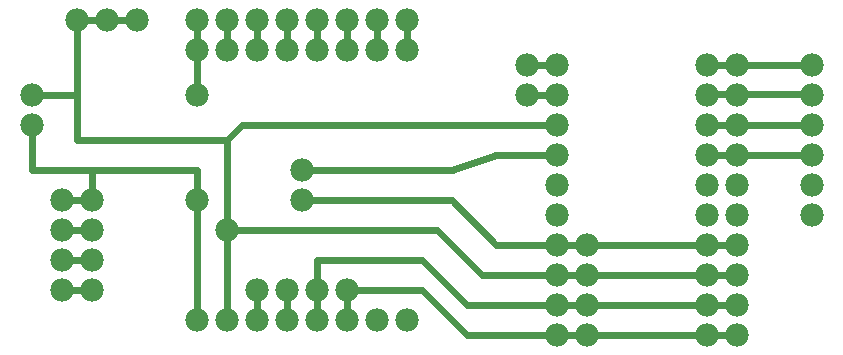
<source format=gbl>
G04 MADE WITH FRITZING*
G04 WWW.FRITZING.ORG*
G04 DOUBLE SIDED*
G04 HOLES PLATED*
G04 CONTOUR ON CENTER OF CONTOUR VECTOR*
%ASAXBY*%
%FSLAX23Y23*%
%MOIN*%
%OFA0B0*%
%SFA1.0B1.0*%
%ADD10C,0.077778*%
%ADD11C,0.078000*%
%ADD12C,0.024000*%
%ADD13R,0.001000X0.001000*%
%LNCOPPER0*%
G90*
G70*
G54D10*
X1344Y1020D03*
X1244Y1020D03*
X1144Y1020D03*
X1044Y1020D03*
X944Y1020D03*
X844Y1020D03*
X744Y1020D03*
X644Y1020D03*
X644Y120D03*
X744Y120D03*
X844Y120D03*
X944Y120D03*
X1044Y120D03*
X1144Y120D03*
X1244Y120D03*
X1344Y120D03*
G54D11*
X644Y1120D03*
X744Y1120D03*
X844Y1120D03*
X944Y1120D03*
X1044Y1120D03*
X1144Y1120D03*
X1244Y1120D03*
X1344Y1120D03*
X2694Y470D03*
X2694Y570D03*
X2694Y670D03*
X2694Y770D03*
X2694Y870D03*
X2694Y970D03*
X2444Y470D03*
X2444Y570D03*
X2444Y670D03*
X2444Y770D03*
X2444Y870D03*
X2444Y970D03*
X2344Y470D03*
X2344Y570D03*
X2344Y670D03*
X2344Y770D03*
X2344Y870D03*
X2344Y970D03*
X244Y1120D03*
X344Y1120D03*
X444Y1120D03*
X294Y220D03*
X294Y320D03*
X294Y420D03*
X294Y520D03*
X194Y220D03*
X194Y320D03*
X194Y420D03*
X194Y520D03*
X744Y420D03*
X2344Y70D03*
X2344Y170D03*
X2344Y270D03*
X2344Y370D03*
X1944Y70D03*
X1944Y170D03*
X1944Y270D03*
X1944Y370D03*
X2444Y70D03*
X2444Y170D03*
X2444Y270D03*
X2444Y370D03*
X1844Y70D03*
X1844Y170D03*
X1844Y270D03*
X1844Y370D03*
X994Y620D03*
X994Y520D03*
X644Y520D03*
X844Y220D03*
X944Y220D03*
X1044Y220D03*
X1144Y220D03*
X1744Y970D03*
X1744Y870D03*
X1844Y970D03*
X1844Y870D03*
X1844Y770D03*
X1844Y670D03*
X1844Y570D03*
X1844Y470D03*
X644Y870D03*
X94Y870D03*
X94Y770D03*
G54D12*
X745Y421D02*
X744Y149D01*
D02*
X745Y720D02*
X745Y421D01*
D02*
X244Y720D02*
X745Y720D01*
D02*
X125Y870D02*
X244Y870D01*
D02*
X244Y870D02*
X244Y720D01*
D02*
X644Y520D02*
X644Y149D01*
D02*
X644Y621D02*
X644Y520D01*
D02*
X294Y621D02*
X644Y621D01*
D02*
X94Y740D02*
X94Y621D01*
D02*
X94Y621D02*
X294Y621D01*
D02*
X2664Y670D02*
X2375Y670D01*
D02*
X2375Y770D02*
X2664Y770D01*
D02*
X2375Y970D02*
X2664Y970D01*
D02*
X1344Y1090D02*
X1344Y1049D01*
D02*
X1244Y1090D02*
X1244Y1049D01*
D02*
X1144Y1090D02*
X1144Y1049D01*
D02*
X1044Y1090D02*
X1044Y1049D01*
D02*
X944Y1090D02*
X944Y1049D01*
D02*
X844Y1090D02*
X844Y1049D01*
D02*
X744Y1090D02*
X744Y1049D01*
D02*
X644Y1090D02*
X644Y1049D01*
D02*
X1775Y870D02*
X1814Y870D01*
D02*
X1775Y970D02*
X1814Y970D01*
D02*
X1495Y769D02*
X1814Y770D01*
D02*
X794Y769D02*
X1495Y769D01*
D02*
X745Y720D02*
X794Y769D01*
D02*
X644Y900D02*
X644Y991D01*
D02*
X1643Y670D02*
X1814Y670D01*
D02*
X1495Y621D02*
X1643Y670D01*
D02*
X1025Y620D02*
X1495Y621D01*
D02*
X1144Y190D02*
X1144Y149D01*
D02*
X1044Y190D02*
X1044Y149D01*
D02*
X944Y190D02*
X944Y149D01*
D02*
X844Y190D02*
X844Y149D01*
D02*
X1545Y71D02*
X1394Y221D01*
D02*
X1814Y70D02*
X1545Y71D01*
D02*
X1394Y221D02*
X1175Y220D01*
D02*
X1545Y169D02*
X1394Y320D01*
D02*
X1394Y320D02*
X1044Y320D01*
D02*
X1044Y320D02*
X1044Y250D01*
D02*
X1814Y170D02*
X1545Y169D01*
D02*
X1594Y270D02*
X1814Y270D01*
D02*
X1444Y421D02*
X1594Y270D01*
D02*
X745Y421D02*
X1444Y421D01*
D02*
X1643Y369D02*
X1814Y370D01*
D02*
X1025Y520D02*
X1495Y520D01*
D02*
X1495Y520D02*
X1643Y369D01*
D02*
X1875Y370D02*
X2414Y370D01*
D02*
X2414Y270D02*
X1875Y270D01*
D02*
X1875Y170D02*
X2414Y170D01*
D02*
X1875Y70D02*
X2414Y70D01*
D02*
X264Y220D02*
X225Y220D01*
D02*
X225Y320D02*
X264Y320D01*
D02*
X264Y420D02*
X225Y420D01*
D02*
X264Y520D02*
X225Y520D01*
D02*
X294Y621D02*
X294Y550D01*
D02*
X244Y870D02*
X244Y1090D01*
D02*
X375Y1120D02*
X414Y1120D01*
D02*
X275Y1120D02*
X314Y1120D01*
G54D13*
X2341Y882D02*
X2696Y882D01*
X2338Y881D02*
X2698Y881D01*
X2337Y880D02*
X2700Y880D01*
X2335Y879D02*
X2701Y879D01*
X2334Y878D02*
X2702Y878D01*
X2334Y877D02*
X2703Y877D01*
X2333Y876D02*
X2703Y876D01*
X2333Y875D02*
X2704Y875D01*
X2332Y874D02*
X2704Y874D01*
X2332Y873D02*
X2704Y873D01*
X2332Y872D02*
X2704Y872D01*
X2332Y871D02*
X2704Y871D01*
X2332Y870D02*
X2705Y870D01*
X2332Y869D02*
X2704Y869D01*
X2332Y868D02*
X2704Y868D01*
X2332Y867D02*
X2704Y867D01*
X2333Y866D02*
X2704Y866D01*
X2333Y865D02*
X2703Y865D01*
X2334Y864D02*
X2703Y864D01*
X2334Y863D02*
X2702Y863D01*
X2335Y862D02*
X2701Y862D01*
X2336Y861D02*
X2700Y861D01*
X2338Y860D02*
X2698Y860D01*
X2340Y859D02*
X2696Y859D01*
D02*
G04 End of Copper0*
M02*
</source>
